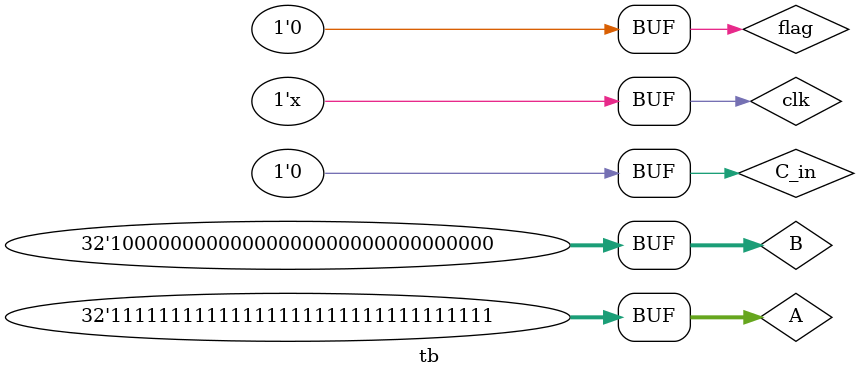
<source format=v>
`timescale 1ns / 1ps
module tb();
//reg a,b,c;
//wire c_out,s;

/*
//test_bench for FA_4
reg [3:0]  a,b;
reg        c_in, CLK;
wire [3:0] s;
wire       c_out;
FA_4 fa_4(a,b,c_in,c_out,s, CLK);

initial begin
    CLK = 0;
    c_in = 0;
    #11
    a = 4'b1111;
    b = 4'b1000;
    #30
    a = 4'b1111;
end
always #5 CLK = ~CLK;
*/


/*
//test_bench for MUX
reg     a,b,flag;
wire    out;
MUX mux_1(a,b,flag,out);
initial begin
    a = 1;
    b = 0;
    flag = 1;
    #5
    flag = 0;
    #5
    b = 1;
end
*/

/*
//test_bench for LSB_RCA
reg  [15:0]  a,b;
reg         c_in, CLK;
wire [15:0] s;
wire        c_out;
LSB_RCA lsb_rca(a,b,c_in,c_out,s, CLK);

initial begin
    CLK = 0;
    c_in = 0;
    #11
    a = 16'b1111111111111111;
    b = 16'b1000000000000000;
end

always #5 CLK = ~CLK;
*/

/*
//test_bench for MSB_RCA
reg  [15:0]  a,b;
reg         c_in,iso_en,ret_en, pse, CLK;
wire [15:0] s;
wire        c_out;
MSB_RCA msb_rca(a,b,c_in,iso_en,ret_en,pse,c_out,s, CLK);

initial begin
    CLK = 0;
    c_in = 0;
    #11
    a = 16'b1111111111111111;
    b = 16'b1000000000000000;
end
always #5 CLK = ~CLK;
*/


/*
//test_bench for POWER_MANAGEMENT
reg         p, CLK;
wire        iso_en, ret_en, pse;
POWER_MANAGEMENT d(p, iso_en, ret_en, pse, CLK);

initial begin
    CLK = 0;
    p = 0;
    #60
    p = 1;
    #120
    p = 0;
    #460
    p = 1;
    
end
always #10 CLK = ~CLK;
*/


//test_bench for RCA_32 module
reg     [31:0]  A,B;
reg             flag, C_in, clk; 
wire    [31:0]  S_out;
wire            C_out;

RCA_32 RCA_32(A,B,C_in,flag,C_out,S_out, clk);

initial begin
    clk = 0;
    flag = 0;
    C_in = 0;
    #40
    A = 32'b11111111111111111111111111111111;
    B = 32'b10000000000000000000000000000000;
    flag = 0;
    #800
    flag = 1;
    #120
    flag = 0;

end

always #10 clk = ~clk;

endmodule

</source>
